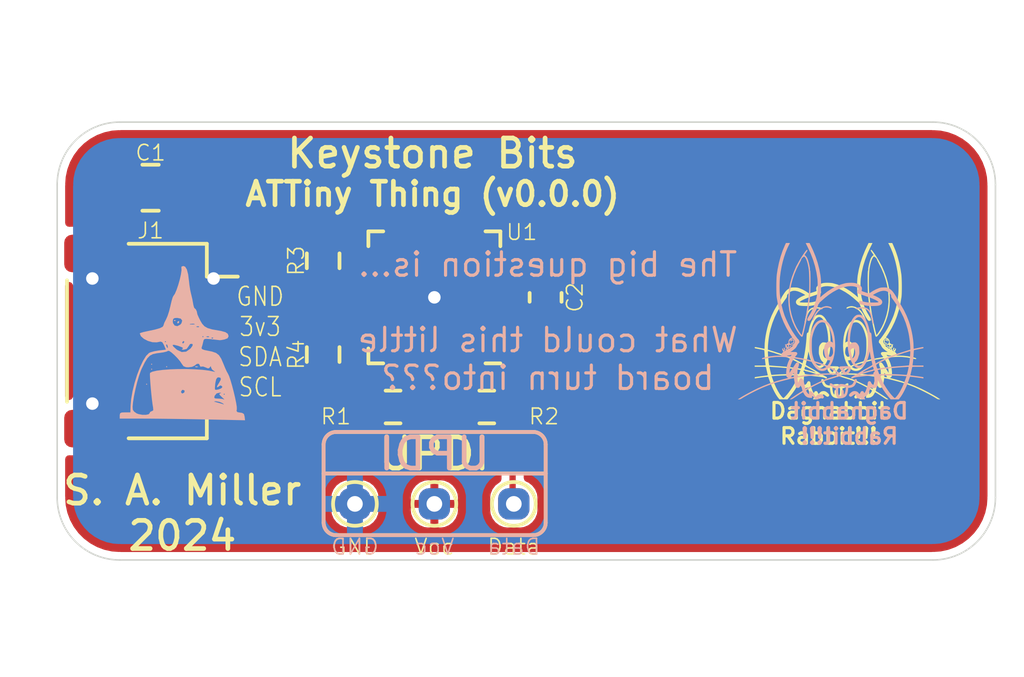
<source format=kicad_pcb>
(kicad_pcb (version 20211014) (generator pcbnew)
  (title_block (title "Keystone Bits") (date "2024") (rev "0.0.0") (company "S. A. Miller") (comment 1 "ATTiny Thing"))
  (layers (0 "F.Cu" signal) (31 "B.Cu" signal) (34 "B.Paste" user) (35 "F.Paste" user) (36 "B.SilkS" user "B.Silkscreen") (37 "F.SilkS" user "F.Silkscreen") (38 "B.Mask" user) (39 "F.Mask" user) (44 "Edge.Cuts" user))
  (net 0 "")
  (net 1 "GND")
  (net 2 "I2C-Vcc")
  (net 3 "/PA0")
  (net 4 "~{RESET}")
  (net 5 "PA2")
  (net 6 "PA3")
  (net 7 "PA4")
  (net 8 "PA5")
  (net 9 "PA6")
  (net 10 "PA7")
  (net 11 "PB7")
  (net 12 "PB6")
  (net 13 "PB5")
  (net 14 "PB4")
  (net 15 "PB3")
  (net 16 "PB2")
  (net 17 "PC0")
  (net 18 "PC1")
  (net 19 "PC2")
  (net 20 "PC3")
  (net 21 "PC4")
  (net 22 "PC5")
  (net 23 "PA1")
  (net 24 "PB1")
  (net 25 "PB0")
  (footprint "tinker:UPDI_connection" (layer "F.Cu") (at 97.06 105.2068)
    (fp_text reference "J2" hide)
    (fp_text value "UPDI Connection" hide)
    (fp_text user "GND" (at -2.54 1.3716 unlocked) (layer "B.SilkS") (effects (font (size 0.5 0.5) (thickness 0.05)) (justify mirror)))
    (fp_text user "UPDI" (at 0 -1.6 unlocked) (layer "B.SilkS") (effects (justify mirror)))
    (fp_text user "Data" (at 2.54 1.3716 unlocked) (layer "B.SilkS") (effects (font (size 0.5 0.5) (thickness 0.05)) (justify mirror)))
    (fp_text user "Vcc" (at 0 1.3716 unlocked) (layer "B.SilkS") (effects (font (size 0.5 0.5) (thickness 0.05)) (justify mirror)))
    (fp_text user "UPDI" (at 0 -1.6 unlocked) (layer "F.SilkS"))
    (fp_text user "Vcc" (at 0 1.3716 unlocked) (layer "F.SilkS") (effects (font (size 0.5 0.5) (thickness 0.05))))
    (fp_text user "GND" (at -2.54 1.3716 unlocked) (layer "F.SilkS") (effects (font (size 0.5 0.5) (thickness 0.05))))
    (fp_text user "Data" (at 2.54 1.3716 unlocked) (layer "F.SilkS") (effects (font (size 0.5 0.5) (thickness 0.05))))
    (pad "1" thru_hole roundrect (at -2.54 0 90) (size 1 1) (drill 0.5) (layers F&B.Cu *.Mask) (roundrect_rratio 0.33) (net 1 "GND"))
    (pad "2" thru_hole roundrect (at 0 0 90) (size 1 1) (drill 0.5) (layers *.Cu *.Mask) (roundrect_rratio 0.33) (net 2 "I2C-Vcc"))
    (pad "3" thru_hole roundrect (at 2.54 0 90) (size 1 1) (drill 0.5) (layers *.Cu *.Mask) (roundrect_rratio 0.33) (net 4 "~{RESET}"))
  )
  (footprint "tinker:DagNabbit" (layer "F.Cu") (at 110 100)
    (fp_text reference "REF**" hide)
    (fp_text value "DagNabbit" hide)
    (fp_text user "Dagnabbit\nRabbit!!!" (at -0.331667 2.64) (layer "F.SilkS") (effects (font (size 0.5 0.5) (thickness 0.1))))
  )
  (footprint "Capacitor_SMD:C_0805_2012Metric" (layer "F.Cu") (at 87.9856 95.0976)
    (fp_text reference "C1" (at 0 -1.1176) (layer "F.SilkS") (effects (font (size 0.5 0.5) (thickness 0.05))))
    (fp_text value "4.7uF")
    (pad "1" smd roundrect (at -0.95 0) (size 1 1.45) (layers "F.Cu" "F.Paste" "F.Mask") (net 2 "I2C-Vcc"))
    (pad "2" smd roundrect (at 0.95 0) (size 1 1.45) (layers "F.Cu" "F.Paste" "F.Mask") (net 1 "GND"))
  )
  (footprint "Capacitor_SMD:C_0603_1608Metric" (layer "F.Cu") (at 100.616 98.6028 -90)
    (fp_text reference "C2" (at 0 -0.9352 90) (layer "F.SilkS") (effects (font (size 0.5 0.5) (thickness 0.05))))
    (fp_text value "100nF")
    (pad "1" smd roundrect (at -0.775 0 270) (size 0.9 0.95) (layers "F.Cu" "F.Paste" "F.Mask") (net 2 "I2C-Vcc"))
    (pad "2" smd roundrect (at 0.775 0 270) (size 0.9 0.95) (layers "F.Cu" "F.Paste" "F.Mask") (net 1 "GND"))
  )
  (footprint "Package_DFN_QFN:QFN-24-1EP_4x4mm_P0.5mm_EP2.6x2.6mm" (layer "F.Cu") (at 97.06 98.6028 180)
    (fp_text reference "U1" (at -2.794 2.0828) (layer "F.SilkS") (effects (font (size 0.5 0.5) (thickness 0.05))))
    (fp_text value "ATtiny1617")
    (pad "1" smd roundrect (at -1.9375 -1.25 180) (size 0.825 0.25) (layers "F.Cu" "F.Paste" "F.Mask") (net 5 "PA2"))
    (pad "2" smd roundrect (at -1.9375 -0.75 180) (size 0.825 0.25) (layers "F.Cu" "F.Paste" "F.Mask") (net 6 "PA3"))
    (pad "3" smd roundrect (at -1.9375 -0.25 180) (size 0.825 0.25) (layers "F.Cu" "F.Paste" "F.Mask") (net 1 "GND"))
    (pad "4" smd roundrect (at -1.9375 0.25 180) (size 0.825 0.25) (layers "F.Cu" "F.Paste" "F.Mask") (net 2 "I2C-Vcc"))
    (pad "5" smd roundrect (at -1.9375 0.75 180) (size 0.825 0.25) (layers "F.Cu" "F.Paste" "F.Mask") (net 7 "PA4"))
    (pad "6" smd roundrect (at -1.9375 1.25 180) (size 0.825 0.25) (layers "F.Cu" "F.Paste" "F.Mask") (net 8 "PA5"))
    (pad "7" smd roundrect (at -1.25 1.9375 180) (size 0.25 0.825) (layers "F.Cu" "F.Paste" "F.Mask") (net 9 "PA6"))
    (pad "8" smd roundrect (at -0.75 1.9375 180) (size 0.25 0.825) (layers "F.Cu" "F.Paste" "F.Mask") (net 10 "PA7"))
    (pad "9" smd roundrect (at -0.25 1.9375 180) (size 0.25 0.825) (layers "F.Cu" "F.Paste" "F.Mask") (net 11 "PB7"))
    (pad "10" smd roundrect (at 0.25 1.9375 180) (size 0.25 0.825) (layers "F.Cu" "F.Paste" "F.Mask") (net 12 "PB6"))
    (pad "11" smd roundrect (at 0.75 1.9375 180) (size 0.25 0.825) (layers "F.Cu" "F.Paste" "F.Mask") (net 13 "PB5"))
    (pad "12" smd roundrect (at 1.25 1.9375 180) (size 0.25 0.825) (layers "F.Cu" "F.Paste" "F.Mask") (net 14 "PB4"))
    (pad "13" smd roundrect (at 1.9375 1.25 180) (size 0.825 0.25) (layers "F.Cu" "F.Paste" "F.Mask") (net 15 "PB3"))
    (pad "14" smd roundrect (at 1.9375 0.75 180) (size 0.825 0.25) (layers "F.Cu" "F.Paste" "F.Mask") (net 16 "PB2"))
    (pad "15" smd roundrect (at 1.9375 0.25 180) (size 0.825 0.25) (layers "F.Cu" "F.Paste" "F.Mask") (net 24 "PB1"))
    (pad "16" smd roundrect (at 1.9375 -0.25 180) (size 0.825 0.25) (layers "F.Cu" "F.Paste" "F.Mask") (net 25 "PB0"))
    (pad "17" smd roundrect (at 1.9375 -0.75 180) (size 0.825 0.25) (layers "F.Cu" "F.Paste" "F.Mask") (net 17 "PC0"))
    (pad "18" smd roundrect (at 1.9375 -1.25 180) (size 0.825 0.25) (layers "F.Cu" "F.Paste" "F.Mask") (net 18 "PC1"))
    (pad "19" smd roundrect (at 1.25 -1.9375 180) (size 0.25 0.825) (layers "F.Cu" "F.Paste" "F.Mask") (net 19 "PC2"))
    (pad "20" smd roundrect (at 0.75 -1.9375 180) (size 0.25 0.825) (layers "F.Cu" "F.Paste" "F.Mask") (net 20 "PC3"))
    (pad "21" smd roundrect (at 0.25 -1.9375 180) (size 0.25 0.825) (layers "F.Cu" "F.Paste" "F.Mask") (net 21 "PC4"))
    (pad "22" smd roundrect (at -0.25 -1.9375 180) (size 0.25 0.825) (layers "F.Cu" "F.Paste" "F.Mask") (net 22 "PC5"))
    (pad "23" smd roundrect (at -0.75 -1.9375 180) (size 0.25 0.825) (layers "F.Cu" "F.Paste" "F.Mask") (net 3 "/PA0"))
    (pad "24" smd roundrect (at -1.25 -1.9375 180) (size 0.25 0.825) (layers "F.Cu" "F.Paste" "F.Mask") (net 23 "PA1"))
    (pad "25" smd rect (at 0 0 180) (size 2.6 2.6) (layers "F.Cu" "F.Mask") (net 1 "GND"))
  )
  (footprint "Resistor_SMD:R_0603_1608Metric" (layer "F.Cu") (at 98.7364 102.108)
    (fp_text reference "R2" (at 1.8288 0.3048) (layer "F.SilkS") (effects (font (size 0.5 0.5) (thickness 0.05))))
    (fp_text value "330R")
    (pad "1" smd roundrect (at -0.825 0) (size 0.8 0.95) (layers "F.Cu" "F.Paste" "F.Mask") (net 3 "/PA0"))
    (pad "2" smd roundrect (at 0.825 0) (size 0.8 0.95) (layers "F.Cu" "F.Paste" "F.Mask") (net 4 "~{RESET}"))
  )
  (footprint "Resistor_SMD:R_0603_1608Metric" (layer "F.Cu") (at 93.504 100.4316 90)
    (fp_text reference "R4" (at 0 -0.8636 90) (layer "F.SilkS") (effects (font (size 0.5 0.5) (thickness 0.05))))
    (fp_text value "10k")
    (pad "1" smd roundrect (at -0.825 0 90) (size 0.8 0.95) (layers "F.Cu" "F.Paste" "F.Mask") (net 2 "I2C-Vcc"))
    (pad "2" smd roundrect (at 0.825 0 90) (size 0.8 0.95) (layers "F.Cu" "F.Paste" "F.Mask") (net 25 "PB0"))
  )
  (footprint "Connector_JST:JST_SH_SM04B-SRSS-TB_1x04-1MP_P1.00mm_Horizontal" (layer "F.Cu") (at 88 100 -90)
    (fp_text reference "J1" (at -3.5308 0.0144 180) (layer "F.SilkS") (effects (font (size 0.5 0.5) (thickness 0.05))))
    (fp_text value "JST_SH_BM048")
    (pad "1" smd roundrect (at -1.5 -2 270) (size 0.6 1.55) (layers "F.Cu" "F.Paste" "F.Mask") (net 1 "GND"))
    (pad "2" smd roundrect (at -0.5 -2 270) (size 0.6 1.55) (layers "F.Cu" "F.Paste" "F.Mask") (net 2 "I2C-Vcc"))
    (pad "3" smd roundrect (at 0.5 -2 270) (size 0.6 1.55) (layers "F.Cu" "F.Paste" "F.Mask") (net 24 "PB1"))
    (pad "4" smd roundrect (at 1.5 -2 270) (size 0.6 1.55) (layers "F.Cu" "F.Paste" "F.Mask") (net 25 "PB0"))
    (pad "MP" smd roundrect (at 2.8 1.875 270) (size 1.2 1.8) (layers "F.Cu" "F.Paste" "F.Mask") (roundrect_rratio 0.208333) (net 1 "GND"))
    (pad "MP" smd roundrect (at -2.8 1.875 270) (size 1.2 1.8) (layers "F.Cu" "F.Paste" "F.Mask") (roundrect_rratio 0.208333) (net 1 "GND"))
  )
  (footprint "Resistor_SMD:R_0603_1608Metric" (layer "F.Cu") (at 93.504 97.4344 -90)
    (fp_text reference "R3" (at 0 0.8636 90) (layer "F.SilkS") (effects (font (size 0.5 0.5) (thickness 0.05))))
    (fp_text value "10k")
    (pad "1" smd roundrect (at -0.825 0 270) (size 0.8 0.95) (layers "F.Cu" "F.Paste" "F.Mask") (net 2 "I2C-Vcc"))
    (pad "2" smd roundrect (at 0.825 0 270) (size 0.8 0.95) (layers "F.Cu" "F.Paste" "F.Mask") (net 24 "PB1"))
  )
  (footprint "Resistor_SMD:R_0603_1608Metric" (layer "F.Cu") (at 95.7392 102.108)
    (fp_text reference "R1" (at -1.8288 0.3048) (layer "F.SilkS") (effects (font (size 0.5 0.5) (thickness 0.05))))
    (fp_text value "10k")
    (pad "1" smd roundrect (at -0.825 0) (size 0.8 0.95) (layers "F.Cu" "F.Paste" "F.Mask") (net 2 "I2C-Vcc"))
    (pad "2" smd roundrect (at 0.825 0) (size 0.8 0.95) (layers "F.Cu" "F.Paste" "F.Mask") (net 3 "/PA0"))
  )
  (footprint "tinker:DagNabbit" (layer "B.Cu") (at 110 100 180)
    (fp_text reference "REF**" hide)
    (fp_text value "DagNabbit" hide)
    (fp_text user "Dagnabbit\nRabbit!!!" (at -0.331667 -2.64) (layer "B.SilkS") (effects (font (size 0.5 0.5) (thickness 0.1)) (justify mirror)))
  )
  (footprint "tinker:NerdMage" (layer "B.Cu") (at 89 100 180)
    (fp_text reference "G***" hide)
    (fp_text value "LOGO" hide)
  )
  (gr_line (start 87 107) (end 113 107) (layer "Edge.Cuts") (width 0.05))
  (gr_arc (start 85 95) (mid 85.585786 93.585786) (end 87 93) (layer "Edge.Cuts") (width 0.05))
  (gr_line (start 113 93) (end 87 93) (layer "Edge.Cuts") (width 0.05))
  (gr_arc (start 115 105) (mid 114.414214 106.414214) (end 113 107) (layer "Edge.Cuts") (width 0.05))
  (gr_line (start 115 105) (end 115 95) (layer "Edge.Cuts") (width 0.05))
  (gr_arc (start 87 107) (mid 85.585786 106.414214) (end 85 105) (layer "Edge.Cuts") (width 0.05))
  (gr_arc (start 113 93) (mid 114.414214 93.585786) (end 115 95) (layer "Edge.Cuts") (width 0.05))
  (gr_line (start 85 95) (end 85 105) (layer "Edge.Cuts") (width 0.05))
  (gr_text "The big question is...\n\nWhat could this little\nboard turn into???" (at 100.6856 99.3648) (layer "B.SilkS") (effects (font (size 0.75 0.75) (thickness 0.1)) (justify mirror)))
  (gr_text "${COMMENT1} (v${REVISION})" (at 97 95.3) (layer "F.SilkS") (effects (font (size 0.75 0.75))))
  (gr_text "${TITLE}" (at 97 94) (layer "F.SilkS") (effects (font (size 0.9 0.9))))
  (gr_text "${COMPANY}\n${ISSUE_DATE}" (at 89 105.5) (layer "F.SilkS") (effects (font (size 0.9 0.9))))
  (gr_text "GND\n3v3\nSDA\nSCL" (at 91.4908 100.0252) (layer "F.SilkS") (effects (font (size 0.6 0.5) (thickness 0.05))))
  (segment (start 88.9356 96.9356) (end 90 98) (width 0.2) (layer "F.Cu") (net 1))
  (segment (start 98.9975 98.8528) (end 97.31 98.8528) (width 0.2) (layer "F.Cu") (net 1))
  (segment (start 88.9356 95.0976) (end 88.9356 96.9356) (width 0.2) (layer "F.Cu") (net 1))
  (segment (start 98.9975 98.8528) (end 100.091 98.8528) (width 0.2) (layer "F.Cu") (net 1))
  (segment (start 97.31 98.8528) (end 97.06 98.6028) (width 0.2) (layer "F.Cu") (net 1))
  (segment (start 100.091 98.8528) (end 100.616 99.3778) (width 0.2) (layer "F.Cu") (net 1))
  (via (at 86.125 102) (size 0.8) (drill 0.4) (layers "F.Cu" "B.Cu") (net 1))
  (via (at 90 98) (size 0.8) (drill 0.4) (layers "F.Cu" "B.Cu") (net 1))
  (via (at 86.125 98) (size 0.8) (drill 0.4) (layers "F.Cu" "B.Cu") (net 1))
  (via (at 97.06 98.6028) (size 0.8) (drill 0.4) (layers "F.Cu" "B.Cu") (net 1))
  (segment (start 100.091 98.3528) (end 100.616 97.8278) (width 0.2) (layer "F.Cu") (net 2))
  (segment (start 98.9975 98.3528) (end 100.091 98.3528) (width 0.2) (layer "F.Cu") (net 2))
  (segment (start 97.6188 102.108) (end 96.5642 102.108) (width 0.2) (layer "F.Cu") (net 3))
  (segment (start 97.81 100.5403) (end 97.81 101.9168) (width 0.2) (layer "F.Cu") (net 3))
  (segment (start 97.81 101.9168) (end 97.6188 102.108) (width 0.2) (layer "F.Cu") (net 3))
  (segment (start 99.5614 102.108) (end 99.5614 105.1682) (width 0.2) (layer "F.Cu") (net 4))
  (segment (start 99.5614 105.1682) (end 99.6 105.2068) (width 0.2) (layer "F.Cu") (net 4))
  (segment (start 91.2634 100.5) (end 93.504 98.2594) (width 0.2) (layer "F.Cu") (net 24))
  (segment (start 90 100.5) (end 91.2634 100.5) (width 0.2) (layer "F.Cu") (net 24))
  (segment (start 93.5974 98.3528) (end 93.504 98.2594) (width 0.2) (layer "F.Cu") (net 24))
  (segment (start 95.1225 98.3528) (end 93.5974 98.3528) (width 0.2) (layer "F.Cu") (net 24))
  (segment (start 91.6106 101.5) (end 93.504 99.6066) (width 0.2) (layer "F.Cu") (net 25))
  (segment (start 90 101.5) (end 91.6106 101.5) (width 0.2) (layer "F.Cu") (net 25))
  (segment (start 95.1225 98.8528) (end 94.2578 98.8528) (width 0.2) (layer "F.Cu") (net 25))
  (segment (start 94.2578 98.8528) (end 93.504 99.6066) (width 0.2) (layer "F.Cu") (net 25))
  (zone (net 2) (net_name "I2C-Vcc") (layer "F.Cu") (connect_pads (clearance 0.254)) (min_thickness 0.254) (fill yes (thermal_gap 0.254) (thermal_bridge_width 0.254))
    (polygon (pts (xy 115.9256 110.7364) (xy 84.2264 110.7364) (xy 84.2264 89.0956) (xy 115.9256 89.0956)))
  )
  (zone (net 1) (net_name "GND") (layer "B.Cu") (connect_pads (clearance 0.508)) (min_thickness 0.254) (fill yes (thermal_gap 0.508) (thermal_bridge_width 0.508))
    (polygon (pts (xy 115.4176 110.2792) (xy 84.7852 110.2792) (xy 84.7852 89.5528) (xy 115.3668 89.5528)))
  )
)
</source>
